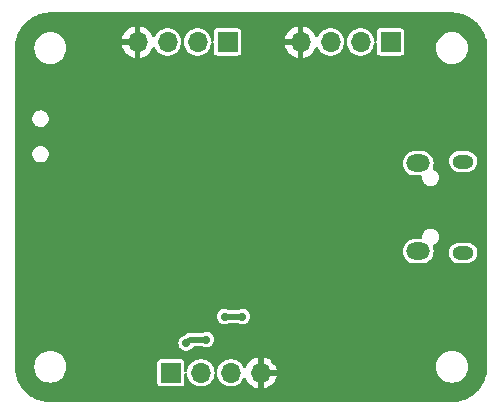
<source format=gbr>
%TF.GenerationSoftware,KiCad,Pcbnew,7.0.9*%
%TF.CreationDate,2024-01-06T16:36:20-08:00*%
%TF.ProjectId,STM32F103C8T6,53544d33-3246-4313-9033-433854362e6b,rev?*%
%TF.SameCoordinates,Original*%
%TF.FileFunction,Copper,L2,Bot*%
%TF.FilePolarity,Positive*%
%FSLAX46Y46*%
G04 Gerber Fmt 4.6, Leading zero omitted, Abs format (unit mm)*
G04 Created by KiCad (PCBNEW 7.0.9) date 2024-01-06 16:36:20*
%MOMM*%
%LPD*%
G01*
G04 APERTURE LIST*
%TA.AperFunction,ComponentPad*%
%ADD10R,1.700000X1.700000*%
%TD*%
%TA.AperFunction,ComponentPad*%
%ADD11O,1.700000X1.700000*%
%TD*%
%TA.AperFunction,ComponentPad*%
%ADD12O,1.800000X1.150000*%
%TD*%
%TA.AperFunction,ComponentPad*%
%ADD13O,2.000000X1.450000*%
%TD*%
%TA.AperFunction,ViaPad*%
%ADD14C,0.700000*%
%TD*%
%TA.AperFunction,Conductor*%
%ADD15C,0.500000*%
%TD*%
G04 APERTURE END LIST*
D10*
%TO.P,J3,1,Pin_1*%
%TO.N,+3.3V*%
X106000000Y-69000000D03*
D11*
%TO.P,J3,2,Pin_2*%
%TO.N,/USART1_TX*%
X103460000Y-69000000D03*
%TO.P,J3,3,Pin_3*%
%TO.N,/USART1_RX*%
X100920000Y-69000000D03*
%TO.P,J3,4,Pin_4*%
%TO.N,GND*%
X98380000Y-69000000D03*
%TD*%
D10*
%TO.P,J2,1,Pin_1*%
%TO.N,+3.3V*%
X119800000Y-69000000D03*
D11*
%TO.P,J2,2,Pin_2*%
%TO.N,/SWDIO*%
X117260000Y-69000000D03*
%TO.P,J2,3,Pin_3*%
%TO.N,/SWCLK*%
X114720000Y-69000000D03*
%TO.P,J2,4,Pin_4*%
%TO.N,GND*%
X112180000Y-69000000D03*
%TD*%
D12*
%TO.P,J1,6,Shield*%
%TO.N,unconnected-(J1-Shield-Pad6)*%
X125945000Y-86875000D03*
D13*
X122145000Y-86725000D03*
X122145000Y-79275000D03*
D12*
X125945000Y-79125000D03*
%TD*%
D10*
%TO.P,J4,1,Pin_1*%
%TO.N,+3.3V*%
X101200000Y-97000000D03*
D11*
%TO.P,J4,2,Pin_2*%
%TO.N,/I2C2_SCL*%
X103740000Y-97000000D03*
%TO.P,J4,3,Pin_3*%
%TO.N,/I2C2_SDA*%
X106280000Y-97000000D03*
%TO.P,J4,4,Pin_4*%
%TO.N,GND*%
X108820000Y-97000000D03*
%TD*%
D14*
%TO.N,+3.3V*%
X105750000Y-92250000D03*
X102500000Y-94500000D03*
X104200000Y-94200000D03*
X107250000Y-92250000D03*
%TO.N,GND*%
X97500000Y-92500000D03*
X93500000Y-87000000D03*
X97500000Y-89000000D03*
X102350000Y-86025000D03*
X117250000Y-88500000D03*
X93650000Y-74750000D03*
X112000000Y-83125500D03*
X102775000Y-82450000D03*
X121875000Y-90775000D03*
X116500000Y-92000000D03*
X117250000Y-87500000D03*
X121000000Y-92250000D03*
X94750000Y-81750000D03*
X97600000Y-82500000D03*
X120225000Y-81700000D03*
X107250000Y-87850000D03*
X102725000Y-91950000D03*
X97800000Y-84400000D03*
X99000000Y-80400000D03*
X117500000Y-92000000D03*
X110000000Y-96000000D03*
%TD*%
D15*
%TO.N,+3.3V*%
X103800000Y-94200000D02*
X102800000Y-94200000D01*
X102800000Y-94200000D02*
X102500000Y-94500000D01*
X104200000Y-94200000D02*
X103800000Y-94200000D01*
X107250000Y-92250000D02*
X105750000Y-92250000D01*
%TD*%
%TA.AperFunction,Conductor*%
%TO.N,GND*%
G36*
X125001619Y-66500584D02*
G01*
X125133628Y-66507503D01*
X125317027Y-66517803D01*
X125323212Y-66518465D01*
X125475647Y-66542608D01*
X125638194Y-66570226D01*
X125643811Y-66571453D01*
X125796693Y-66612418D01*
X125889122Y-66639046D01*
X125951724Y-66657082D01*
X125956759Y-66658769D01*
X126106183Y-66716127D01*
X126254007Y-66777358D01*
X126258412Y-66779388D01*
X126324180Y-66812899D01*
X126401921Y-66852511D01*
X126477428Y-66894241D01*
X126541480Y-66929641D01*
X126545215Y-66931882D01*
X126619487Y-66980115D01*
X126680872Y-67019980D01*
X126768357Y-67082053D01*
X126810764Y-67112142D01*
X126813886Y-67114510D01*
X126938748Y-67215621D01*
X126941034Y-67217567D01*
X127058721Y-67322738D01*
X127061248Y-67325128D01*
X127174870Y-67438750D01*
X127177260Y-67441277D01*
X127282431Y-67558964D01*
X127284385Y-67561260D01*
X127385480Y-67686102D01*
X127387862Y-67689243D01*
X127480019Y-67819127D01*
X127531107Y-67897793D01*
X127568106Y-67954767D01*
X127570364Y-67958531D01*
X127647488Y-68098078D01*
X127720604Y-68241575D01*
X127722643Y-68245997D01*
X127783877Y-68393829D01*
X127841221Y-68543217D01*
X127842916Y-68548273D01*
X127887579Y-68703297D01*
X127928541Y-68856171D01*
X127929778Y-68861835D01*
X127957394Y-69024369D01*
X127981530Y-69176758D01*
X127982196Y-69182985D01*
X127992509Y-69366617D01*
X127999415Y-69498377D01*
X127999500Y-69501623D01*
X127999500Y-96498376D01*
X127999415Y-96501622D01*
X127992509Y-96633382D01*
X127982196Y-96817013D01*
X127981530Y-96823240D01*
X127957394Y-96975630D01*
X127929778Y-97138163D01*
X127928541Y-97143827D01*
X127887579Y-97296702D01*
X127842916Y-97451725D01*
X127841221Y-97456781D01*
X127783877Y-97606170D01*
X127722643Y-97754001D01*
X127720604Y-97758423D01*
X127647488Y-97901921D01*
X127570364Y-98041467D01*
X127568097Y-98045246D01*
X127480019Y-98180872D01*
X127387862Y-98310755D01*
X127385480Y-98313896D01*
X127284385Y-98438738D01*
X127282431Y-98441034D01*
X127177260Y-98558721D01*
X127174870Y-98561248D01*
X127061248Y-98674870D01*
X127058721Y-98677260D01*
X126941034Y-98782431D01*
X126938738Y-98784385D01*
X126813896Y-98885480D01*
X126810755Y-98887862D01*
X126680872Y-98980019D01*
X126545246Y-99068097D01*
X126541467Y-99070364D01*
X126401921Y-99147488D01*
X126258423Y-99220604D01*
X126254001Y-99222643D01*
X126106170Y-99283877D01*
X125956781Y-99341221D01*
X125951725Y-99342916D01*
X125796702Y-99387579D01*
X125643827Y-99428541D01*
X125638163Y-99429778D01*
X125475630Y-99457394D01*
X125323240Y-99481530D01*
X125317013Y-99482196D01*
X125133382Y-99492509D01*
X125001622Y-99499415D01*
X124998376Y-99499500D01*
X91001624Y-99499500D01*
X90998378Y-99499415D01*
X90866617Y-99492509D01*
X90682985Y-99482196D01*
X90676758Y-99481530D01*
X90524369Y-99457394D01*
X90361835Y-99429778D01*
X90356171Y-99428541D01*
X90203297Y-99387579D01*
X90048273Y-99342916D01*
X90043217Y-99341221D01*
X89893829Y-99283877D01*
X89745997Y-99222643D01*
X89741575Y-99220604D01*
X89598078Y-99147488D01*
X89458531Y-99070364D01*
X89454767Y-99068106D01*
X89401875Y-99033758D01*
X89319127Y-98980019D01*
X89189243Y-98887862D01*
X89186102Y-98885480D01*
X89061260Y-98784385D01*
X89058964Y-98782431D01*
X88941277Y-98677260D01*
X88938750Y-98674870D01*
X88825128Y-98561248D01*
X88822738Y-98558721D01*
X88717567Y-98441034D01*
X88715613Y-98438738D01*
X88676848Y-98390867D01*
X88614510Y-98313886D01*
X88612136Y-98310755D01*
X88519980Y-98180872D01*
X88474812Y-98111321D01*
X88431882Y-98045215D01*
X88429641Y-98041480D01*
X88394241Y-97977428D01*
X88352511Y-97901921D01*
X88348911Y-97894856D01*
X100049500Y-97894856D01*
X100049502Y-97894882D01*
X100052413Y-97919987D01*
X100052415Y-97919991D01*
X100097793Y-98022764D01*
X100097794Y-98022765D01*
X100177235Y-98102206D01*
X100280009Y-98147585D01*
X100305135Y-98150500D01*
X102094864Y-98150499D01*
X102094879Y-98150497D01*
X102094882Y-98150497D01*
X102119987Y-98147586D01*
X102119988Y-98147585D01*
X102119991Y-98147585D01*
X102222765Y-98102206D01*
X102302206Y-98022765D01*
X102347585Y-97919991D01*
X102350500Y-97894865D01*
X102350499Y-97156046D01*
X102370183Y-97089009D01*
X102422987Y-97043254D01*
X102492146Y-97033310D01*
X102555702Y-97062335D01*
X102593476Y-97121113D01*
X102597970Y-97144606D01*
X102604244Y-97212310D01*
X102662596Y-97417392D01*
X102662596Y-97417394D01*
X102757632Y-97608253D01*
X102882728Y-97773905D01*
X102886128Y-97778407D01*
X103043698Y-97922052D01*
X103224981Y-98034298D01*
X103423802Y-98111321D01*
X103633390Y-98150500D01*
X103633392Y-98150500D01*
X103846608Y-98150500D01*
X103846610Y-98150500D01*
X104056198Y-98111321D01*
X104255019Y-98034298D01*
X104436302Y-97922052D01*
X104593872Y-97778407D01*
X104722366Y-97608255D01*
X104757102Y-97538495D01*
X104817403Y-97417394D01*
X104817403Y-97417393D01*
X104817405Y-97417389D01*
X104875756Y-97212310D01*
X104886529Y-97096047D01*
X104912315Y-97031111D01*
X104954622Y-97000804D01*
X105063130Y-97000804D01*
X105099503Y-97021668D01*
X105131693Y-97083681D01*
X105133471Y-97096048D01*
X105144244Y-97212310D01*
X105202596Y-97417392D01*
X105202596Y-97417394D01*
X105297632Y-97608253D01*
X105422728Y-97773905D01*
X105426128Y-97778407D01*
X105583698Y-97922052D01*
X105764981Y-98034298D01*
X105963802Y-98111321D01*
X106173390Y-98150500D01*
X106173392Y-98150500D01*
X106386608Y-98150500D01*
X106386610Y-98150500D01*
X106596198Y-98111321D01*
X106795019Y-98034298D01*
X106976302Y-97922052D01*
X107133872Y-97778407D01*
X107262366Y-97608255D01*
X107329325Y-97473781D01*
X107376825Y-97422548D01*
X107444488Y-97405126D01*
X107510828Y-97427051D01*
X107552705Y-97476651D01*
X107646399Y-97677578D01*
X107781894Y-97871082D01*
X107948917Y-98038105D01*
X108142421Y-98173600D01*
X108356507Y-98273429D01*
X108356516Y-98273433D01*
X108570000Y-98330634D01*
X108570000Y-97435501D01*
X108677685Y-97484680D01*
X108784237Y-97500000D01*
X108855763Y-97500000D01*
X108962315Y-97484680D01*
X109070000Y-97435501D01*
X109070000Y-98330633D01*
X109283483Y-98273433D01*
X109283492Y-98273429D01*
X109497578Y-98173600D01*
X109691082Y-98038105D01*
X109858105Y-97871082D01*
X109993600Y-97677578D01*
X110093429Y-97463492D01*
X110093432Y-97463486D01*
X110150636Y-97250000D01*
X109253686Y-97250000D01*
X109279493Y-97209844D01*
X109320000Y-97071889D01*
X109320000Y-96928111D01*
X109279493Y-96790156D01*
X109253686Y-96750000D01*
X110150636Y-96750000D01*
X110150635Y-96749999D01*
X110093432Y-96536513D01*
X110093429Y-96536507D01*
X110076406Y-96500000D01*
X123644341Y-96500000D01*
X123664936Y-96735403D01*
X123664938Y-96735413D01*
X123726094Y-96963655D01*
X123726096Y-96963659D01*
X123726097Y-96963663D01*
X123757549Y-97031111D01*
X123825964Y-97177828D01*
X123825965Y-97177830D01*
X123961505Y-97371402D01*
X124128597Y-97538494D01*
X124322169Y-97674034D01*
X124322171Y-97674035D01*
X124536337Y-97773903D01*
X124536343Y-97773904D01*
X124536344Y-97773905D01*
X124553146Y-97778407D01*
X124764592Y-97835063D01*
X124941034Y-97850500D01*
X125058966Y-97850500D01*
X125235408Y-97835063D01*
X125463663Y-97773903D01*
X125677829Y-97674035D01*
X125871401Y-97538495D01*
X126038495Y-97371401D01*
X126174035Y-97177830D01*
X126273903Y-96963663D01*
X126335063Y-96735408D01*
X126355659Y-96500000D01*
X126335063Y-96264592D01*
X126285604Y-96080006D01*
X126273905Y-96036344D01*
X126273904Y-96036343D01*
X126273903Y-96036337D01*
X126174035Y-95822171D01*
X126174034Y-95822169D01*
X126038494Y-95628597D01*
X125871402Y-95461505D01*
X125677830Y-95325965D01*
X125677828Y-95325964D01*
X125570746Y-95276031D01*
X125463663Y-95226097D01*
X125463659Y-95226096D01*
X125463655Y-95226094D01*
X125235413Y-95164938D01*
X125235403Y-95164936D01*
X125058966Y-95149500D01*
X124941034Y-95149500D01*
X124764596Y-95164936D01*
X124764586Y-95164938D01*
X124536344Y-95226094D01*
X124536335Y-95226098D01*
X124322171Y-95325964D01*
X124322169Y-95325965D01*
X124128597Y-95461505D01*
X123961506Y-95628597D01*
X123961501Y-95628604D01*
X123825967Y-95822165D01*
X123825965Y-95822169D01*
X123726098Y-96036335D01*
X123726094Y-96036344D01*
X123664938Y-96264586D01*
X123664936Y-96264596D01*
X123644341Y-96499999D01*
X123644341Y-96500000D01*
X110076406Y-96500000D01*
X109993600Y-96322422D01*
X109993599Y-96322420D01*
X109858113Y-96128926D01*
X109858108Y-96128920D01*
X109691082Y-95961894D01*
X109497578Y-95826399D01*
X109283492Y-95726570D01*
X109283486Y-95726567D01*
X109070000Y-95669364D01*
X109070000Y-96564498D01*
X108962315Y-96515320D01*
X108855763Y-96500000D01*
X108784237Y-96500000D01*
X108677685Y-96515320D01*
X108570000Y-96564498D01*
X108570000Y-95669364D01*
X108569999Y-95669364D01*
X108356513Y-95726567D01*
X108356507Y-95726570D01*
X108142422Y-95826399D01*
X108142420Y-95826400D01*
X107948926Y-95961886D01*
X107948920Y-95961891D01*
X107781891Y-96128920D01*
X107781886Y-96128926D01*
X107646400Y-96322420D01*
X107646399Y-96322422D01*
X107552705Y-96523348D01*
X107506532Y-96575787D01*
X107439339Y-96594939D01*
X107372457Y-96574723D01*
X107329324Y-96526216D01*
X107262366Y-96391745D01*
X107133872Y-96221593D01*
X106976302Y-96077948D01*
X106795019Y-95965702D01*
X106795017Y-95965701D01*
X106695608Y-95927190D01*
X106596198Y-95888679D01*
X106386610Y-95849500D01*
X106173390Y-95849500D01*
X105963802Y-95888679D01*
X105963799Y-95888679D01*
X105963799Y-95888680D01*
X105764982Y-95965701D01*
X105764980Y-95965702D01*
X105583699Y-96077947D01*
X105426127Y-96221593D01*
X105297632Y-96391746D01*
X105202596Y-96582605D01*
X105202596Y-96582607D01*
X105144244Y-96787689D01*
X105133471Y-96903951D01*
X105107685Y-96968888D01*
X105063130Y-97000804D01*
X104954622Y-97000804D01*
X104956869Y-96999194D01*
X104920497Y-96978331D01*
X104888307Y-96916318D01*
X104886529Y-96903951D01*
X104883175Y-96867759D01*
X104875756Y-96787690D01*
X104817405Y-96582611D01*
X104817403Y-96582606D01*
X104817403Y-96582605D01*
X104722367Y-96391746D01*
X104593872Y-96221593D01*
X104436302Y-96077948D01*
X104255019Y-95965702D01*
X104255017Y-95965701D01*
X104155608Y-95927190D01*
X104056198Y-95888679D01*
X103846610Y-95849500D01*
X103633390Y-95849500D01*
X103423802Y-95888679D01*
X103423799Y-95888679D01*
X103423799Y-95888680D01*
X103224982Y-95965701D01*
X103224980Y-95965702D01*
X103043699Y-96077947D01*
X102886127Y-96221593D01*
X102757632Y-96391746D01*
X102662596Y-96582605D01*
X102662596Y-96582607D01*
X102604244Y-96787689D01*
X102597970Y-96855394D01*
X102572183Y-96920331D01*
X102515383Y-96961018D01*
X102445602Y-96964538D01*
X102384995Y-96929772D01*
X102352806Y-96867759D01*
X102350499Y-96843952D01*
X102350499Y-96105143D01*
X102350499Y-96105136D01*
X102350497Y-96105117D01*
X102347586Y-96080012D01*
X102347585Y-96080010D01*
X102347585Y-96080009D01*
X102302206Y-95977235D01*
X102222765Y-95897794D01*
X102202124Y-95888680D01*
X102119992Y-95852415D01*
X102094865Y-95849500D01*
X100305143Y-95849500D01*
X100305117Y-95849502D01*
X100280012Y-95852413D01*
X100280008Y-95852415D01*
X100177235Y-95897793D01*
X100097794Y-95977234D01*
X100052415Y-96080006D01*
X100052415Y-96080008D01*
X100049500Y-96105131D01*
X100049500Y-97894856D01*
X88348911Y-97894856D01*
X88289576Y-97778406D01*
X88279388Y-97758412D01*
X88277358Y-97754007D01*
X88216122Y-97606170D01*
X88158769Y-97456759D01*
X88157082Y-97451724D01*
X88112420Y-97296702D01*
X88107316Y-97277652D01*
X88071453Y-97143811D01*
X88070226Y-97138194D01*
X88042601Y-96975606D01*
X88018465Y-96823212D01*
X88017803Y-96817027D01*
X88007490Y-96633382D01*
X88000584Y-96501620D01*
X88000542Y-96500000D01*
X89644341Y-96500000D01*
X89664936Y-96735403D01*
X89664938Y-96735413D01*
X89726094Y-96963655D01*
X89726096Y-96963659D01*
X89726097Y-96963663D01*
X89757549Y-97031111D01*
X89825964Y-97177828D01*
X89825965Y-97177830D01*
X89961505Y-97371402D01*
X90128597Y-97538494D01*
X90322169Y-97674034D01*
X90322171Y-97674035D01*
X90536337Y-97773903D01*
X90536343Y-97773904D01*
X90536344Y-97773905D01*
X90553146Y-97778407D01*
X90764592Y-97835063D01*
X90941034Y-97850500D01*
X91058966Y-97850500D01*
X91235408Y-97835063D01*
X91463663Y-97773903D01*
X91677829Y-97674035D01*
X91871401Y-97538495D01*
X92038495Y-97371401D01*
X92174035Y-97177830D01*
X92273903Y-96963663D01*
X92335063Y-96735408D01*
X92355659Y-96500000D01*
X92335063Y-96264592D01*
X92285604Y-96080006D01*
X92273905Y-96036344D01*
X92273904Y-96036343D01*
X92273903Y-96036337D01*
X92174035Y-95822171D01*
X92174034Y-95822169D01*
X92038494Y-95628597D01*
X91871402Y-95461505D01*
X91677830Y-95325965D01*
X91677828Y-95325964D01*
X91570746Y-95276031D01*
X91463663Y-95226097D01*
X91463659Y-95226096D01*
X91463655Y-95226094D01*
X91235413Y-95164938D01*
X91235403Y-95164936D01*
X91058966Y-95149500D01*
X90941034Y-95149500D01*
X90764596Y-95164936D01*
X90764586Y-95164938D01*
X90536344Y-95226094D01*
X90536335Y-95226098D01*
X90322171Y-95325964D01*
X90322169Y-95325965D01*
X90128597Y-95461505D01*
X89961506Y-95628597D01*
X89961501Y-95628604D01*
X89825967Y-95822165D01*
X89825965Y-95822169D01*
X89726098Y-96036335D01*
X89726094Y-96036344D01*
X89664938Y-96264586D01*
X89664936Y-96264596D01*
X89644341Y-96499999D01*
X89644341Y-96500000D01*
X88000542Y-96500000D01*
X88000500Y-96498377D01*
X88000500Y-94500000D01*
X101844722Y-94500000D01*
X101863762Y-94656818D01*
X101919604Y-94804060D01*
X101919780Y-94804523D01*
X102009517Y-94934530D01*
X102127760Y-95039283D01*
X102127762Y-95039284D01*
X102267634Y-95112696D01*
X102421014Y-95150500D01*
X102421015Y-95150500D01*
X102578985Y-95150500D01*
X102732365Y-95112696D01*
X102872240Y-95039283D01*
X102990483Y-94934530D01*
X103074579Y-94812696D01*
X103080540Y-94804060D01*
X103134823Y-94760070D01*
X103182590Y-94750500D01*
X103724335Y-94750500D01*
X103818569Y-94750500D01*
X103876194Y-94764703D01*
X103967635Y-94812696D01*
X104044325Y-94831598D01*
X104121014Y-94850500D01*
X104121015Y-94850500D01*
X104278985Y-94850500D01*
X104432365Y-94812696D01*
X104448819Y-94804060D01*
X104572240Y-94739283D01*
X104690483Y-94634530D01*
X104780220Y-94504523D01*
X104836237Y-94356818D01*
X104855278Y-94200000D01*
X104836237Y-94043182D01*
X104780220Y-93895477D01*
X104690483Y-93765470D01*
X104572240Y-93660717D01*
X104572238Y-93660716D01*
X104572237Y-93660715D01*
X104432365Y-93587303D01*
X104278986Y-93549500D01*
X104278985Y-93549500D01*
X104121015Y-93549500D01*
X104121014Y-93549500D01*
X103967636Y-93587303D01*
X103921763Y-93611379D01*
X103876194Y-93635296D01*
X103818569Y-93649500D01*
X102809397Y-93649500D01*
X102743174Y-93647238D01*
X102743173Y-93647238D01*
X102743171Y-93647238D01*
X102700170Y-93657717D01*
X102693930Y-93658902D01*
X102650079Y-93664930D01*
X102633616Y-93672081D01*
X102613575Y-93678820D01*
X102596150Y-93683066D01*
X102596145Y-93683068D01*
X102557567Y-93704758D01*
X102551881Y-93707582D01*
X102511279Y-93725220D01*
X102497357Y-93736546D01*
X102479883Y-93748438D01*
X102464246Y-93757230D01*
X102464239Y-93757235D01*
X102432939Y-93788535D01*
X102428225Y-93792789D01*
X102393891Y-93820722D01*
X102390273Y-93825848D01*
X102335528Y-93869262D01*
X102318649Y-93874730D01*
X102267632Y-93887304D01*
X102127762Y-93960715D01*
X102009516Y-94065471D01*
X101919781Y-94195475D01*
X101919780Y-94195476D01*
X101863762Y-94343181D01*
X101844722Y-94499999D01*
X101844722Y-94500000D01*
X88000500Y-94500000D01*
X88000500Y-92250000D01*
X105094722Y-92250000D01*
X105113762Y-92406818D01*
X105169780Y-92554523D01*
X105259517Y-92684530D01*
X105377760Y-92789283D01*
X105377762Y-92789284D01*
X105517634Y-92862696D01*
X105671014Y-92900500D01*
X105671015Y-92900500D01*
X105828985Y-92900500D01*
X105982365Y-92862696D01*
X106073805Y-92814703D01*
X106131431Y-92800500D01*
X106868569Y-92800500D01*
X106926194Y-92814703D01*
X107017635Y-92862696D01*
X107094325Y-92881598D01*
X107171014Y-92900500D01*
X107171015Y-92900500D01*
X107328985Y-92900500D01*
X107482365Y-92862696D01*
X107622240Y-92789283D01*
X107740483Y-92684530D01*
X107830220Y-92554523D01*
X107886237Y-92406818D01*
X107905278Y-92250000D01*
X107886237Y-92093182D01*
X107830220Y-91945477D01*
X107740483Y-91815470D01*
X107622240Y-91710717D01*
X107622238Y-91710716D01*
X107622237Y-91710715D01*
X107482365Y-91637303D01*
X107328986Y-91599500D01*
X107328985Y-91599500D01*
X107171015Y-91599500D01*
X107171014Y-91599500D01*
X107017636Y-91637303D01*
X106971763Y-91661379D01*
X106926194Y-91685296D01*
X106868569Y-91699500D01*
X106131431Y-91699500D01*
X106073805Y-91685296D01*
X105982365Y-91637304D01*
X105982364Y-91637303D01*
X105982363Y-91637303D01*
X105828986Y-91599500D01*
X105828985Y-91599500D01*
X105671015Y-91599500D01*
X105671014Y-91599500D01*
X105517634Y-91637303D01*
X105377762Y-91710715D01*
X105259516Y-91815471D01*
X105169781Y-91945475D01*
X105169780Y-91945476D01*
X105113762Y-92093181D01*
X105094722Y-92249999D01*
X105094722Y-92250000D01*
X88000500Y-92250000D01*
X88000500Y-86725000D01*
X120839538Y-86725000D01*
X120859337Y-86926031D01*
X120917978Y-87119345D01*
X121013198Y-87297488D01*
X121013203Y-87297495D01*
X121141352Y-87453647D01*
X121250016Y-87542824D01*
X121297506Y-87581798D01*
X121297509Y-87581799D01*
X121297511Y-87581801D01*
X121475654Y-87677021D01*
X121475656Y-87677021D01*
X121475659Y-87677023D01*
X121668967Y-87735662D01*
X121819620Y-87750500D01*
X121819623Y-87750500D01*
X122470377Y-87750500D01*
X122470380Y-87750500D01*
X122621033Y-87735662D01*
X122814341Y-87677023D01*
X122992494Y-87581798D01*
X123148647Y-87453647D01*
X123276798Y-87297494D01*
X123372023Y-87119341D01*
X123430662Y-86926033D01*
X123440384Y-86827324D01*
X124740630Y-86827324D01*
X124750939Y-87017475D01*
X124779223Y-87119345D01*
X124801887Y-87200969D01*
X124801888Y-87200972D01*
X124891087Y-87369217D01*
X124891088Y-87369220D01*
X125014368Y-87514356D01*
X125014369Y-87514357D01*
X125165971Y-87629602D01*
X125165972Y-87629602D01*
X125165973Y-87629603D01*
X125165974Y-87629604D01*
X125268466Y-87677021D01*
X125338803Y-87709562D01*
X125338804Y-87709562D01*
X125338806Y-87709563D01*
X125395227Y-87721982D01*
X125524784Y-87750500D01*
X125524785Y-87750500D01*
X126317459Y-87750500D01*
X126317465Y-87750500D01*
X126459316Y-87735073D01*
X126639780Y-87674267D01*
X126802954Y-87576089D01*
X126941207Y-87445129D01*
X127048075Y-87287510D01*
X127048077Y-87287506D01*
X127118561Y-87110606D01*
X127118562Y-87110602D01*
X127149370Y-86922678D01*
X127139061Y-86732525D01*
X127088114Y-86549033D01*
X126998914Y-86380784D01*
X126998911Y-86380781D01*
X126998911Y-86380779D01*
X126875631Y-86235643D01*
X126815962Y-86190284D01*
X126724029Y-86120398D01*
X126724028Y-86120397D01*
X126724026Y-86120396D01*
X126724025Y-86120395D01*
X126551193Y-86040436D01*
X126365216Y-85999500D01*
X125572535Y-85999500D01*
X125572533Y-85999500D01*
X125430683Y-86014927D01*
X125250217Y-86075734D01*
X125087048Y-86173909D01*
X124948791Y-86304872D01*
X124841922Y-86462493D01*
X124771438Y-86639393D01*
X124740630Y-86827324D01*
X123440384Y-86827324D01*
X123450462Y-86725000D01*
X123430662Y-86523967D01*
X123372023Y-86330659D01*
X123372022Y-86330657D01*
X123369700Y-86325051D01*
X123362234Y-86255581D01*
X123393511Y-86193103D01*
X123440300Y-86161657D01*
X123445218Y-86159791D01*
X123445225Y-86159790D01*
X123479707Y-86141691D01*
X123486507Y-86138630D01*
X123522930Y-86124818D01*
X123554981Y-86102693D01*
X123561379Y-86098825D01*
X123595852Y-86080734D01*
X123625002Y-86054908D01*
X123630871Y-86050310D01*
X123662929Y-86028183D01*
X123688748Y-85999037D01*
X123694037Y-85993748D01*
X123723183Y-85967929D01*
X123745310Y-85935871D01*
X123749908Y-85930002D01*
X123775734Y-85900852D01*
X123793825Y-85866379D01*
X123797693Y-85859981D01*
X123819818Y-85827930D01*
X123833630Y-85791507D01*
X123836691Y-85784707D01*
X123854790Y-85750225D01*
X123864106Y-85712427D01*
X123866335Y-85705271D01*
X123880140Y-85668872D01*
X123884834Y-85630206D01*
X123886177Y-85622875D01*
X123895500Y-85585056D01*
X123895500Y-85546126D01*
X123895952Y-85538646D01*
X123900645Y-85500000D01*
X123895951Y-85461347D01*
X123895500Y-85453872D01*
X123895500Y-85414943D01*
X123886183Y-85377147D01*
X123884832Y-85369773D01*
X123880140Y-85331130D01*
X123880140Y-85331128D01*
X123866329Y-85294712D01*
X123864110Y-85287590D01*
X123854790Y-85249775D01*
X123836687Y-85215283D01*
X123833627Y-85208484D01*
X123819818Y-85172070D01*
X123797694Y-85140018D01*
X123793823Y-85133614D01*
X123775736Y-85099151D01*
X123775732Y-85099145D01*
X123761150Y-85082685D01*
X123749916Y-85070005D01*
X123745299Y-85064111D01*
X123723185Y-85032073D01*
X123723183Y-85032071D01*
X123694037Y-85006250D01*
X123688743Y-85000955D01*
X123662933Y-84971821D01*
X123662930Y-84971819D01*
X123662929Y-84971817D01*
X123662925Y-84971814D01*
X123630882Y-84949695D01*
X123624986Y-84945075D01*
X123595851Y-84919265D01*
X123595848Y-84919263D01*
X123561387Y-84901177D01*
X123554974Y-84897300D01*
X123522933Y-84875183D01*
X123522931Y-84875182D01*
X123486524Y-84861374D01*
X123479693Y-84858299D01*
X123445226Y-84840210D01*
X123445221Y-84840209D01*
X123443601Y-84839809D01*
X123407424Y-84830892D01*
X123400276Y-84828665D01*
X123363876Y-84814861D01*
X123363869Y-84814859D01*
X123325223Y-84810166D01*
X123317855Y-84808816D01*
X123280058Y-84799500D01*
X123280056Y-84799500D01*
X123109944Y-84799500D01*
X123099363Y-84802107D01*
X123072143Y-84808816D01*
X123064776Y-84810166D01*
X123026126Y-84814860D01*
X122989725Y-84828664D01*
X122982576Y-84830891D01*
X122944775Y-84840210D01*
X122944770Y-84840212D01*
X122910296Y-84858303D01*
X122903467Y-84861377D01*
X122867071Y-84875180D01*
X122867069Y-84875181D01*
X122835027Y-84897299D01*
X122828617Y-84901174D01*
X122794149Y-84919265D01*
X122765005Y-84945082D01*
X122759110Y-84949700D01*
X122727072Y-84971815D01*
X122727071Y-84971816D01*
X122701253Y-85000957D01*
X122695957Y-85006253D01*
X122666816Y-85032071D01*
X122666815Y-85032072D01*
X122644700Y-85064110D01*
X122640082Y-85070005D01*
X122614265Y-85099149D01*
X122596174Y-85133617D01*
X122592299Y-85140027D01*
X122570181Y-85172069D01*
X122570180Y-85172071D01*
X122556377Y-85208467D01*
X122553303Y-85215296D01*
X122535212Y-85249770D01*
X122535210Y-85249775D01*
X122525891Y-85287576D01*
X122523664Y-85294725D01*
X122509860Y-85331126D01*
X122505166Y-85369776D01*
X122503816Y-85377143D01*
X122494500Y-85414945D01*
X122494500Y-85453872D01*
X122494048Y-85461352D01*
X122489355Y-85499999D01*
X122494048Y-85538646D01*
X122494500Y-85546126D01*
X122494500Y-85575500D01*
X122474815Y-85642539D01*
X122422011Y-85688294D01*
X122370500Y-85699500D01*
X121819620Y-85699500D01*
X121782433Y-85703162D01*
X121668968Y-85714337D01*
X121475654Y-85772978D01*
X121297511Y-85868198D01*
X121297504Y-85868203D01*
X121141352Y-85996352D01*
X121013203Y-86152504D01*
X121013198Y-86152511D01*
X120917978Y-86330654D01*
X120859337Y-86523968D01*
X120839538Y-86725000D01*
X88000500Y-86725000D01*
X88000500Y-79275000D01*
X120839538Y-79275000D01*
X120859337Y-79476031D01*
X120917978Y-79669345D01*
X121013198Y-79847488D01*
X121013201Y-79847492D01*
X121013202Y-79847494D01*
X121023502Y-79860045D01*
X121141352Y-80003647D01*
X121175990Y-80032073D01*
X121297506Y-80131798D01*
X121297509Y-80131799D01*
X121297511Y-80131801D01*
X121475654Y-80227021D01*
X121475656Y-80227021D01*
X121475659Y-80227023D01*
X121668967Y-80285662D01*
X121819620Y-80300500D01*
X121819623Y-80300500D01*
X122370500Y-80300500D01*
X122437539Y-80320185D01*
X122483294Y-80372989D01*
X122494500Y-80424500D01*
X122494500Y-80453872D01*
X122494048Y-80461352D01*
X122489355Y-80499999D01*
X122494048Y-80538646D01*
X122494500Y-80546126D01*
X122494500Y-80585058D01*
X122503816Y-80622855D01*
X122505166Y-80630223D01*
X122509859Y-80668869D01*
X122509861Y-80668876D01*
X122523665Y-80705276D01*
X122525894Y-80712429D01*
X122535209Y-80750221D01*
X122535210Y-80750226D01*
X122553299Y-80784693D01*
X122556374Y-80791524D01*
X122570182Y-80827931D01*
X122570183Y-80827933D01*
X122592300Y-80859974D01*
X122596177Y-80866387D01*
X122614263Y-80900848D01*
X122614265Y-80900851D01*
X122640075Y-80929986D01*
X122644695Y-80935882D01*
X122644701Y-80935890D01*
X122666816Y-80967928D01*
X122666821Y-80967933D01*
X122695955Y-80993743D01*
X122701250Y-80999037D01*
X122727069Y-81028181D01*
X122727073Y-81028185D01*
X122759111Y-81050299D01*
X122765005Y-81054916D01*
X122777685Y-81066150D01*
X122794145Y-81080732D01*
X122794151Y-81080736D01*
X122828614Y-81098823D01*
X122835018Y-81102694D01*
X122867070Y-81124818D01*
X122903484Y-81138627D01*
X122910283Y-81141687D01*
X122944775Y-81159790D01*
X122944777Y-81159790D01*
X122944778Y-81159791D01*
X122951914Y-81161549D01*
X122982590Y-81169110D01*
X122989712Y-81171329D01*
X123026128Y-81185140D01*
X123045572Y-81187500D01*
X123064773Y-81189832D01*
X123072140Y-81191181D01*
X123096369Y-81197153D01*
X123109943Y-81200500D01*
X123109944Y-81200500D01*
X123280058Y-81200500D01*
X123289590Y-81198149D01*
X123317875Y-81191177D01*
X123325206Y-81189834D01*
X123363872Y-81185140D01*
X123400277Y-81171333D01*
X123407427Y-81169106D01*
X123418744Y-81166316D01*
X123445225Y-81159790D01*
X123479707Y-81141691D01*
X123486507Y-81138630D01*
X123522930Y-81124818D01*
X123554981Y-81102693D01*
X123561379Y-81098825D01*
X123595852Y-81080734D01*
X123625002Y-81054908D01*
X123630871Y-81050310D01*
X123662929Y-81028183D01*
X123688748Y-80999037D01*
X123694037Y-80993748D01*
X123723183Y-80967929D01*
X123745310Y-80935871D01*
X123749908Y-80930002D01*
X123775734Y-80900852D01*
X123793825Y-80866379D01*
X123797693Y-80859981D01*
X123819818Y-80827930D01*
X123833630Y-80791507D01*
X123836691Y-80784707D01*
X123854790Y-80750225D01*
X123861316Y-80723744D01*
X123864106Y-80712427D01*
X123866333Y-80705277D01*
X123880140Y-80668872D01*
X123884834Y-80630206D01*
X123886177Y-80622875D01*
X123895500Y-80585056D01*
X123895500Y-80546126D01*
X123895952Y-80538646D01*
X123900645Y-80500000D01*
X123895951Y-80461347D01*
X123895500Y-80453872D01*
X123895500Y-80414943D01*
X123886183Y-80377147D01*
X123884832Y-80369773D01*
X123880140Y-80331130D01*
X123880140Y-80331128D01*
X123866329Y-80294712D01*
X123864110Y-80287590D01*
X123854790Y-80249775D01*
X123836687Y-80215283D01*
X123833627Y-80208484D01*
X123819818Y-80172070D01*
X123797694Y-80140018D01*
X123793823Y-80133614D01*
X123775736Y-80099151D01*
X123775732Y-80099145D01*
X123761150Y-80082685D01*
X123749916Y-80070005D01*
X123745299Y-80064111D01*
X123723185Y-80032073D01*
X123723183Y-80032071D01*
X123694037Y-80006250D01*
X123688743Y-80000955D01*
X123662933Y-79971821D01*
X123662930Y-79971819D01*
X123662929Y-79971817D01*
X123645177Y-79959563D01*
X123630882Y-79949695D01*
X123624986Y-79945075D01*
X123595851Y-79919265D01*
X123595848Y-79919263D01*
X123561387Y-79901177D01*
X123554974Y-79897300D01*
X123522933Y-79875183D01*
X123522931Y-79875182D01*
X123486524Y-79861374D01*
X123479693Y-79858299D01*
X123445220Y-79840207D01*
X123440288Y-79838337D01*
X123384587Y-79796158D01*
X123360532Y-79730559D01*
X123369702Y-79674945D01*
X123372020Y-79669347D01*
X123372021Y-79669345D01*
X123372023Y-79669341D01*
X123430662Y-79476033D01*
X123450462Y-79275000D01*
X123430993Y-79077324D01*
X124740630Y-79077324D01*
X124750939Y-79267476D01*
X124801887Y-79450969D01*
X124801888Y-79450972D01*
X124891087Y-79619217D01*
X124891088Y-79619220D01*
X125014368Y-79764356D01*
X125014369Y-79764357D01*
X125165971Y-79879602D01*
X125165972Y-79879602D01*
X125165973Y-79879603D01*
X125165974Y-79879604D01*
X125271758Y-79928543D01*
X125338803Y-79959562D01*
X125338804Y-79959562D01*
X125338806Y-79959563D01*
X125394464Y-79971814D01*
X125524784Y-80000500D01*
X125524785Y-80000500D01*
X126317459Y-80000500D01*
X126317465Y-80000500D01*
X126459316Y-79985073D01*
X126639780Y-79924267D01*
X126802954Y-79826089D01*
X126941207Y-79695129D01*
X127048075Y-79537510D01*
X127072571Y-79476031D01*
X127118561Y-79360606D01*
X127132595Y-79275000D01*
X127149370Y-79172678D01*
X127139061Y-78982525D01*
X127088114Y-78799033D01*
X126998914Y-78630784D01*
X126998911Y-78630781D01*
X126998911Y-78630779D01*
X126875631Y-78485643D01*
X126724026Y-78370396D01*
X126724025Y-78370395D01*
X126551193Y-78290436D01*
X126365216Y-78249500D01*
X125572535Y-78249500D01*
X125572533Y-78249500D01*
X125430683Y-78264927D01*
X125250217Y-78325734D01*
X125087048Y-78423909D01*
X124948791Y-78554872D01*
X124841922Y-78712493D01*
X124771438Y-78889393D01*
X124740630Y-79077324D01*
X123430993Y-79077324D01*
X123430662Y-79073967D01*
X123372023Y-78880659D01*
X123372021Y-78880656D01*
X123372021Y-78880654D01*
X123276801Y-78702511D01*
X123276799Y-78702509D01*
X123276798Y-78702506D01*
X123237824Y-78655016D01*
X123148647Y-78546352D01*
X122992495Y-78418203D01*
X122992488Y-78418198D01*
X122814345Y-78322978D01*
X122621031Y-78264337D01*
X122510900Y-78253490D01*
X122470380Y-78249500D01*
X121819620Y-78249500D01*
X121782433Y-78253162D01*
X121668968Y-78264337D01*
X121475654Y-78322978D01*
X121297511Y-78418198D01*
X121297504Y-78418203D01*
X121141352Y-78546352D01*
X121013203Y-78702504D01*
X121013198Y-78702511D01*
X120917978Y-78880654D01*
X120859337Y-79073968D01*
X120839538Y-79275000D01*
X88000500Y-79275000D01*
X88000500Y-78585055D01*
X89469500Y-78585055D01*
X89510210Y-78750226D01*
X89589263Y-78900849D01*
X89589266Y-78900852D01*
X89702071Y-79028183D01*
X89768400Y-79073967D01*
X89842068Y-79124817D01*
X89842069Y-79124817D01*
X89842070Y-79124818D01*
X90001128Y-79185140D01*
X90077028Y-79194356D01*
X90127626Y-79200500D01*
X90127628Y-79200500D01*
X90212374Y-79200500D01*
X90254538Y-79195380D01*
X90338872Y-79185140D01*
X90497930Y-79124818D01*
X90637929Y-79028183D01*
X90750734Y-78900852D01*
X90756749Y-78889393D01*
X90829789Y-78750226D01*
X90829790Y-78750225D01*
X90870500Y-78585056D01*
X90870500Y-78414944D01*
X90829790Y-78249775D01*
X90829646Y-78249500D01*
X90750736Y-78099150D01*
X90731560Y-78077505D01*
X90637929Y-77971817D01*
X90588177Y-77937475D01*
X90497931Y-77875182D01*
X90338874Y-77814860D01*
X90338868Y-77814859D01*
X90212374Y-77799500D01*
X90212372Y-77799500D01*
X90127628Y-77799500D01*
X90127626Y-77799500D01*
X90001131Y-77814859D01*
X90001125Y-77814860D01*
X89842068Y-77875182D01*
X89702072Y-77971816D01*
X89589263Y-78099150D01*
X89510210Y-78249773D01*
X89469500Y-78414944D01*
X89469500Y-78585055D01*
X88000500Y-78585055D01*
X88000500Y-75585055D01*
X89469500Y-75585055D01*
X89510210Y-75750226D01*
X89589263Y-75900849D01*
X89589266Y-75900852D01*
X89702071Y-76028183D01*
X89792318Y-76090476D01*
X89842068Y-76124817D01*
X89842069Y-76124817D01*
X89842070Y-76124818D01*
X90001128Y-76185140D01*
X90077028Y-76194356D01*
X90127626Y-76200500D01*
X90127628Y-76200500D01*
X90212374Y-76200500D01*
X90254538Y-76195380D01*
X90338872Y-76185140D01*
X90497930Y-76124818D01*
X90637929Y-76028183D01*
X90750734Y-75900852D01*
X90829790Y-75750225D01*
X90870500Y-75585056D01*
X90870500Y-75414944D01*
X90829790Y-75249775D01*
X90829789Y-75249773D01*
X90750736Y-75099150D01*
X90731560Y-75077505D01*
X90637929Y-74971817D01*
X90588177Y-74937475D01*
X90497931Y-74875182D01*
X90338874Y-74814860D01*
X90338868Y-74814859D01*
X90212374Y-74799500D01*
X90212372Y-74799500D01*
X90127628Y-74799500D01*
X90127626Y-74799500D01*
X90001131Y-74814859D01*
X90001125Y-74814860D01*
X89842068Y-74875182D01*
X89702072Y-74971816D01*
X89589263Y-75099150D01*
X89510210Y-75249773D01*
X89469500Y-75414944D01*
X89469500Y-75585055D01*
X88000500Y-75585055D01*
X88000500Y-69501622D01*
X88000542Y-69500000D01*
X89644341Y-69500000D01*
X89664936Y-69735403D01*
X89664938Y-69735413D01*
X89726094Y-69963655D01*
X89726096Y-69963659D01*
X89726097Y-69963663D01*
X89759035Y-70034298D01*
X89825964Y-70177828D01*
X89825965Y-70177830D01*
X89961505Y-70371402D01*
X90128597Y-70538494D01*
X90322169Y-70674034D01*
X90322171Y-70674035D01*
X90536337Y-70773903D01*
X90764592Y-70835063D01*
X90941034Y-70850500D01*
X91058966Y-70850500D01*
X91235408Y-70835063D01*
X91463663Y-70773903D01*
X91677829Y-70674035D01*
X91871401Y-70538495D01*
X92038495Y-70371401D01*
X92174035Y-70177830D01*
X92273903Y-69963663D01*
X92335063Y-69735408D01*
X92355659Y-69500000D01*
X92335063Y-69264592D01*
X92331153Y-69250000D01*
X97049364Y-69250000D01*
X97106567Y-69463486D01*
X97106570Y-69463492D01*
X97206399Y-69677578D01*
X97341894Y-69871082D01*
X97508917Y-70038105D01*
X97702421Y-70173600D01*
X97916507Y-70273429D01*
X97916516Y-70273433D01*
X98130000Y-70330634D01*
X98130000Y-69435501D01*
X98237685Y-69484680D01*
X98344237Y-69500000D01*
X98415763Y-69500000D01*
X98522315Y-69484680D01*
X98630000Y-69435501D01*
X98630000Y-70330633D01*
X98843483Y-70273433D01*
X98843492Y-70273429D01*
X99057578Y-70173600D01*
X99251082Y-70038105D01*
X99418105Y-69871082D01*
X99553600Y-69677578D01*
X99647294Y-69476651D01*
X99693466Y-69424212D01*
X99760660Y-69405060D01*
X99827541Y-69425276D01*
X99870676Y-69473785D01*
X99937632Y-69608253D01*
X100033656Y-69735408D01*
X100066128Y-69778407D01*
X100223698Y-69922052D01*
X100404981Y-70034298D01*
X100603802Y-70111321D01*
X100813390Y-70150500D01*
X100813392Y-70150500D01*
X101026608Y-70150500D01*
X101026610Y-70150500D01*
X101236198Y-70111321D01*
X101435019Y-70034298D01*
X101616302Y-69922052D01*
X101773872Y-69778407D01*
X101902366Y-69608255D01*
X101955462Y-69501623D01*
X101997403Y-69417394D01*
X101997403Y-69417393D01*
X101997405Y-69417389D01*
X102055756Y-69212310D01*
X102066529Y-69096047D01*
X102092315Y-69031111D01*
X102134622Y-69000804D01*
X102243130Y-69000804D01*
X102279503Y-69021668D01*
X102311693Y-69083681D01*
X102313471Y-69096048D01*
X102324244Y-69212310D01*
X102382596Y-69417392D01*
X102382596Y-69417394D01*
X102477632Y-69608253D01*
X102573656Y-69735408D01*
X102606128Y-69778407D01*
X102763698Y-69922052D01*
X102944981Y-70034298D01*
X103143802Y-70111321D01*
X103353390Y-70150500D01*
X103353392Y-70150500D01*
X103566608Y-70150500D01*
X103566610Y-70150500D01*
X103776198Y-70111321D01*
X103975019Y-70034298D01*
X104156302Y-69922052D01*
X104313872Y-69778407D01*
X104442366Y-69608255D01*
X104495462Y-69501623D01*
X104537403Y-69417394D01*
X104537403Y-69417393D01*
X104537405Y-69417389D01*
X104595756Y-69212310D01*
X104602029Y-69144605D01*
X104627814Y-69079669D01*
X104684614Y-69038981D01*
X104754395Y-69035461D01*
X104815002Y-69070225D01*
X104847193Y-69132238D01*
X104849500Y-69156047D01*
X104849500Y-69894856D01*
X104849502Y-69894882D01*
X104852413Y-69919987D01*
X104852415Y-69919991D01*
X104897793Y-70022764D01*
X104897794Y-70022765D01*
X104977235Y-70102206D01*
X105080009Y-70147585D01*
X105105135Y-70150500D01*
X106894864Y-70150499D01*
X106894879Y-70150497D01*
X106894882Y-70150497D01*
X106919987Y-70147586D01*
X106919988Y-70147585D01*
X106919991Y-70147585D01*
X107022765Y-70102206D01*
X107102206Y-70022765D01*
X107147585Y-69919991D01*
X107150500Y-69894865D01*
X107150500Y-69250000D01*
X110849364Y-69250000D01*
X110906567Y-69463486D01*
X110906570Y-69463492D01*
X111006399Y-69677578D01*
X111141894Y-69871082D01*
X111308917Y-70038105D01*
X111502421Y-70173600D01*
X111716507Y-70273429D01*
X111716516Y-70273433D01*
X111930000Y-70330634D01*
X111930000Y-69435501D01*
X112037685Y-69484680D01*
X112144237Y-69500000D01*
X112215763Y-69500000D01*
X112322315Y-69484680D01*
X112430000Y-69435501D01*
X112430000Y-70330633D01*
X112643483Y-70273433D01*
X112643492Y-70273429D01*
X112857578Y-70173600D01*
X113051082Y-70038105D01*
X113218105Y-69871082D01*
X113353600Y-69677578D01*
X113447294Y-69476651D01*
X113493466Y-69424212D01*
X113560660Y-69405060D01*
X113627541Y-69425276D01*
X113670676Y-69473785D01*
X113737632Y-69608253D01*
X113833656Y-69735408D01*
X113866128Y-69778407D01*
X114023698Y-69922052D01*
X114204981Y-70034298D01*
X114403802Y-70111321D01*
X114613390Y-70150500D01*
X114613392Y-70150500D01*
X114826608Y-70150500D01*
X114826610Y-70150500D01*
X115036198Y-70111321D01*
X115235019Y-70034298D01*
X115416302Y-69922052D01*
X115573872Y-69778407D01*
X115702366Y-69608255D01*
X115755462Y-69501623D01*
X115797403Y-69417394D01*
X115797403Y-69417393D01*
X115797405Y-69417389D01*
X115855756Y-69212310D01*
X115866529Y-69096047D01*
X115892315Y-69031111D01*
X115934622Y-69000804D01*
X116043130Y-69000804D01*
X116079503Y-69021668D01*
X116111693Y-69083681D01*
X116113471Y-69096048D01*
X116124244Y-69212310D01*
X116182596Y-69417392D01*
X116182596Y-69417394D01*
X116277632Y-69608253D01*
X116373656Y-69735408D01*
X116406128Y-69778407D01*
X116563698Y-69922052D01*
X116744981Y-70034298D01*
X116943802Y-70111321D01*
X117153390Y-70150500D01*
X117153392Y-70150500D01*
X117366608Y-70150500D01*
X117366610Y-70150500D01*
X117576198Y-70111321D01*
X117775019Y-70034298D01*
X117956302Y-69922052D01*
X118113872Y-69778407D01*
X118242366Y-69608255D01*
X118295462Y-69501623D01*
X118337403Y-69417394D01*
X118337403Y-69417393D01*
X118337405Y-69417389D01*
X118395756Y-69212310D01*
X118402029Y-69144605D01*
X118427814Y-69079669D01*
X118484614Y-69038981D01*
X118554395Y-69035461D01*
X118615002Y-69070225D01*
X118647193Y-69132238D01*
X118649500Y-69156047D01*
X118649500Y-69894856D01*
X118649502Y-69894882D01*
X118652413Y-69919987D01*
X118652415Y-69919991D01*
X118697793Y-70022764D01*
X118697794Y-70022765D01*
X118777235Y-70102206D01*
X118880009Y-70147585D01*
X118905135Y-70150500D01*
X120694864Y-70150499D01*
X120694879Y-70150497D01*
X120694882Y-70150497D01*
X120719987Y-70147586D01*
X120719988Y-70147585D01*
X120719991Y-70147585D01*
X120822765Y-70102206D01*
X120902206Y-70022765D01*
X120947585Y-69919991D01*
X120950500Y-69894865D01*
X120950500Y-69500000D01*
X123644341Y-69500000D01*
X123664936Y-69735403D01*
X123664938Y-69735413D01*
X123726094Y-69963655D01*
X123726096Y-69963659D01*
X123726097Y-69963663D01*
X123759035Y-70034298D01*
X123825964Y-70177828D01*
X123825965Y-70177830D01*
X123961505Y-70371402D01*
X124128597Y-70538494D01*
X124322169Y-70674034D01*
X124322171Y-70674035D01*
X124536337Y-70773903D01*
X124764592Y-70835063D01*
X124941034Y-70850500D01*
X125058966Y-70850500D01*
X125235408Y-70835063D01*
X125463663Y-70773903D01*
X125677829Y-70674035D01*
X125871401Y-70538495D01*
X126038495Y-70371401D01*
X126174035Y-70177830D01*
X126273903Y-69963663D01*
X126335063Y-69735408D01*
X126355659Y-69500000D01*
X126335063Y-69264592D01*
X126282983Y-69070225D01*
X126273905Y-69036344D01*
X126273904Y-69036343D01*
X126273903Y-69036337D01*
X126174035Y-68822171D01*
X126174034Y-68822169D01*
X126038494Y-68628597D01*
X125871402Y-68461505D01*
X125677830Y-68325965D01*
X125677828Y-68325964D01*
X125506338Y-68245997D01*
X125463663Y-68226097D01*
X125463659Y-68226096D01*
X125463655Y-68226094D01*
X125235413Y-68164938D01*
X125235403Y-68164936D01*
X125058966Y-68149500D01*
X124941034Y-68149500D01*
X124764596Y-68164936D01*
X124764586Y-68164938D01*
X124536344Y-68226094D01*
X124536335Y-68226098D01*
X124322171Y-68325964D01*
X124322169Y-68325965D01*
X124128597Y-68461505D01*
X123961506Y-68628597D01*
X123961501Y-68628604D01*
X123825967Y-68822165D01*
X123825965Y-68822169D01*
X123787830Y-68903951D01*
X123726506Y-69035461D01*
X123726098Y-69036335D01*
X123726094Y-69036344D01*
X123664938Y-69264586D01*
X123664936Y-69264596D01*
X123644341Y-69499999D01*
X123644341Y-69500000D01*
X120950500Y-69500000D01*
X120950499Y-68105136D01*
X120950497Y-68105117D01*
X120947586Y-68080012D01*
X120947585Y-68080010D01*
X120947585Y-68080009D01*
X120902206Y-67977235D01*
X120822765Y-67897794D01*
X120802124Y-67888680D01*
X120719992Y-67852415D01*
X120694865Y-67849500D01*
X118905143Y-67849500D01*
X118905117Y-67849502D01*
X118880012Y-67852413D01*
X118880008Y-67852415D01*
X118777235Y-67897793D01*
X118697794Y-67977234D01*
X118652415Y-68080006D01*
X118652415Y-68080008D01*
X118649500Y-68105131D01*
X118649500Y-68843951D01*
X118629815Y-68910990D01*
X118577011Y-68956745D01*
X118507853Y-68966689D01*
X118444297Y-68937664D01*
X118406523Y-68878886D01*
X118402029Y-68855391D01*
X118398950Y-68822165D01*
X118395756Y-68787690D01*
X118337405Y-68582611D01*
X118337403Y-68582606D01*
X118337403Y-68582605D01*
X118242367Y-68391746D01*
X118113872Y-68221593D01*
X117956302Y-68077948D01*
X117775019Y-67965702D01*
X117775017Y-67965701D01*
X117675608Y-67927190D01*
X117576198Y-67888679D01*
X117366610Y-67849500D01*
X117153390Y-67849500D01*
X116943802Y-67888679D01*
X116943799Y-67888679D01*
X116943799Y-67888680D01*
X116744982Y-67965701D01*
X116744980Y-67965702D01*
X116563699Y-68077947D01*
X116406127Y-68221593D01*
X116277632Y-68391746D01*
X116182596Y-68582605D01*
X116182596Y-68582607D01*
X116124244Y-68787689D01*
X116113471Y-68903951D01*
X116087685Y-68968888D01*
X116043130Y-69000804D01*
X115934622Y-69000804D01*
X115936869Y-68999194D01*
X115900497Y-68978331D01*
X115868307Y-68916318D01*
X115866529Y-68903951D01*
X115862626Y-68861835D01*
X115855756Y-68787690D01*
X115797405Y-68582611D01*
X115797403Y-68582606D01*
X115797403Y-68582605D01*
X115702367Y-68391746D01*
X115573872Y-68221593D01*
X115416302Y-68077948D01*
X115235019Y-67965702D01*
X115235017Y-67965701D01*
X115135608Y-67927190D01*
X115036198Y-67888679D01*
X114826610Y-67849500D01*
X114613390Y-67849500D01*
X114403802Y-67888679D01*
X114403799Y-67888679D01*
X114403799Y-67888680D01*
X114204982Y-67965701D01*
X114204980Y-67965702D01*
X114023699Y-68077947D01*
X113866127Y-68221593D01*
X113737634Y-68391744D01*
X113670676Y-68526215D01*
X113623173Y-68577452D01*
X113555510Y-68594873D01*
X113489170Y-68572947D01*
X113447294Y-68523348D01*
X113353600Y-68322422D01*
X113353599Y-68322420D01*
X113218113Y-68128926D01*
X113218108Y-68128920D01*
X113051082Y-67961894D01*
X112857578Y-67826399D01*
X112643492Y-67726570D01*
X112643486Y-67726567D01*
X112430000Y-67669364D01*
X112430000Y-68564498D01*
X112322315Y-68515320D01*
X112215763Y-68500000D01*
X112144237Y-68500000D01*
X112037685Y-68515320D01*
X111930000Y-68564498D01*
X111930000Y-67669364D01*
X111929999Y-67669364D01*
X111716513Y-67726567D01*
X111716507Y-67726570D01*
X111502422Y-67826399D01*
X111502420Y-67826400D01*
X111308926Y-67961886D01*
X111308920Y-67961891D01*
X111141891Y-68128920D01*
X111141886Y-68128926D01*
X111006400Y-68322420D01*
X111006399Y-68322422D01*
X110906570Y-68536507D01*
X110906567Y-68536513D01*
X110849364Y-68749999D01*
X110849364Y-68750000D01*
X111746314Y-68750000D01*
X111720507Y-68790156D01*
X111680000Y-68928111D01*
X111680000Y-69071889D01*
X111720507Y-69209844D01*
X111746314Y-69250000D01*
X110849364Y-69250000D01*
X107150500Y-69250000D01*
X107150499Y-68105136D01*
X107150497Y-68105117D01*
X107147586Y-68080012D01*
X107147585Y-68080010D01*
X107147585Y-68080009D01*
X107102206Y-67977235D01*
X107022765Y-67897794D01*
X107002124Y-67888680D01*
X106919992Y-67852415D01*
X106894865Y-67849500D01*
X105105143Y-67849500D01*
X105105117Y-67849502D01*
X105080012Y-67852413D01*
X105080008Y-67852415D01*
X104977235Y-67897793D01*
X104897794Y-67977234D01*
X104852415Y-68080006D01*
X104852415Y-68080008D01*
X104849500Y-68105131D01*
X104849500Y-68843951D01*
X104829815Y-68910990D01*
X104777011Y-68956745D01*
X104707853Y-68966689D01*
X104644297Y-68937664D01*
X104606523Y-68878886D01*
X104602029Y-68855391D01*
X104598950Y-68822165D01*
X104595756Y-68787690D01*
X104537405Y-68582611D01*
X104537403Y-68582606D01*
X104537403Y-68582605D01*
X104442367Y-68391746D01*
X104313872Y-68221593D01*
X104156302Y-68077948D01*
X103975019Y-67965702D01*
X103975017Y-67965701D01*
X103875608Y-67927190D01*
X103776198Y-67888679D01*
X103566610Y-67849500D01*
X103353390Y-67849500D01*
X103143802Y-67888679D01*
X103143799Y-67888679D01*
X103143799Y-67888680D01*
X102944982Y-67965701D01*
X102944980Y-67965702D01*
X102763699Y-68077947D01*
X102606127Y-68221593D01*
X102477632Y-68391746D01*
X102382596Y-68582605D01*
X102382596Y-68582607D01*
X102324244Y-68787689D01*
X102313471Y-68903951D01*
X102287685Y-68968888D01*
X102243130Y-69000804D01*
X102134622Y-69000804D01*
X102136869Y-68999194D01*
X102100497Y-68978331D01*
X102068307Y-68916318D01*
X102066529Y-68903951D01*
X102062626Y-68861835D01*
X102055756Y-68787690D01*
X101997405Y-68582611D01*
X101997403Y-68582606D01*
X101997403Y-68582605D01*
X101902367Y-68391746D01*
X101773872Y-68221593D01*
X101616302Y-68077948D01*
X101435019Y-67965702D01*
X101435017Y-67965701D01*
X101335608Y-67927190D01*
X101236198Y-67888679D01*
X101026610Y-67849500D01*
X100813390Y-67849500D01*
X100603802Y-67888679D01*
X100603799Y-67888679D01*
X100603799Y-67888680D01*
X100404982Y-67965701D01*
X100404980Y-67965702D01*
X100223699Y-68077947D01*
X100066127Y-68221593D01*
X99937634Y-68391744D01*
X99870676Y-68526215D01*
X99823173Y-68577452D01*
X99755510Y-68594873D01*
X99689170Y-68572947D01*
X99647294Y-68523348D01*
X99553600Y-68322422D01*
X99553599Y-68322420D01*
X99418113Y-68128926D01*
X99418108Y-68128920D01*
X99251082Y-67961894D01*
X99057578Y-67826399D01*
X98843492Y-67726570D01*
X98843486Y-67726567D01*
X98630000Y-67669364D01*
X98630000Y-68564498D01*
X98522315Y-68515320D01*
X98415763Y-68500000D01*
X98344237Y-68500000D01*
X98237685Y-68515320D01*
X98130000Y-68564498D01*
X98130000Y-67669364D01*
X98129999Y-67669364D01*
X97916513Y-67726567D01*
X97916507Y-67726570D01*
X97702422Y-67826399D01*
X97702420Y-67826400D01*
X97508926Y-67961886D01*
X97508920Y-67961891D01*
X97341891Y-68128920D01*
X97341886Y-68128926D01*
X97206400Y-68322420D01*
X97206399Y-68322422D01*
X97106570Y-68536507D01*
X97106567Y-68536513D01*
X97049364Y-68749999D01*
X97049364Y-68750000D01*
X97946314Y-68750000D01*
X97920507Y-68790156D01*
X97880000Y-68928111D01*
X97880000Y-69071889D01*
X97920507Y-69209844D01*
X97946314Y-69250000D01*
X97049364Y-69250000D01*
X92331153Y-69250000D01*
X92282983Y-69070225D01*
X92273905Y-69036344D01*
X92273904Y-69036343D01*
X92273903Y-69036337D01*
X92174035Y-68822171D01*
X92174034Y-68822169D01*
X92038494Y-68628597D01*
X91871402Y-68461505D01*
X91677830Y-68325965D01*
X91677828Y-68325964D01*
X91506338Y-68245997D01*
X91463663Y-68226097D01*
X91463659Y-68226096D01*
X91463655Y-68226094D01*
X91235413Y-68164938D01*
X91235403Y-68164936D01*
X91058966Y-68149500D01*
X90941034Y-68149500D01*
X90764596Y-68164936D01*
X90764586Y-68164938D01*
X90536344Y-68226094D01*
X90536335Y-68226098D01*
X90322171Y-68325964D01*
X90322169Y-68325965D01*
X90128597Y-68461505D01*
X89961506Y-68628597D01*
X89961501Y-68628604D01*
X89825967Y-68822165D01*
X89825965Y-68822169D01*
X89787830Y-68903951D01*
X89726506Y-69035461D01*
X89726098Y-69036335D01*
X89726094Y-69036344D01*
X89664938Y-69264586D01*
X89664936Y-69264596D01*
X89644341Y-69499999D01*
X89644341Y-69500000D01*
X88000542Y-69500000D01*
X88000585Y-69498376D01*
X88002413Y-69463492D01*
X88007497Y-69366486D01*
X88017803Y-69182968D01*
X88018464Y-69176791D01*
X88042611Y-69024331D01*
X88046609Y-69000804D01*
X88070227Y-68861796D01*
X88071451Y-68856196D01*
X88112425Y-68703279D01*
X88157083Y-68548268D01*
X88158764Y-68543254D01*
X88216127Y-68393815D01*
X88277366Y-68245972D01*
X88279379Y-68241606D01*
X88352511Y-68098078D01*
X88359688Y-68085090D01*
X88429655Y-67958494D01*
X88431867Y-67954808D01*
X88519980Y-67819127D01*
X88534130Y-67799182D01*
X88612154Y-67689220D01*
X88614486Y-67686143D01*
X88715655Y-67561209D01*
X88717537Y-67558998D01*
X88822773Y-67441239D01*
X88825092Y-67438787D01*
X88938787Y-67325092D01*
X88941239Y-67322773D01*
X89058998Y-67217537D01*
X89061209Y-67215655D01*
X89186143Y-67114486D01*
X89189220Y-67112154D01*
X89319127Y-67019980D01*
X89329046Y-67013537D01*
X89454808Y-66931867D01*
X89458494Y-66929655D01*
X89598078Y-66852511D01*
X89610063Y-66846403D01*
X89741606Y-66779379D01*
X89745972Y-66777366D01*
X89893815Y-66716127D01*
X90043254Y-66658764D01*
X90048268Y-66657083D01*
X90203279Y-66612425D01*
X90356196Y-66571451D01*
X90361796Y-66570227D01*
X90524284Y-66542618D01*
X90676791Y-66518464D01*
X90682968Y-66517803D01*
X90866566Y-66507493D01*
X90998380Y-66500584D01*
X91001622Y-66500500D01*
X124998378Y-66500500D01*
X125001619Y-66500584D01*
G37*
%TD.AperFunction*%
%TD*%
M02*

</source>
